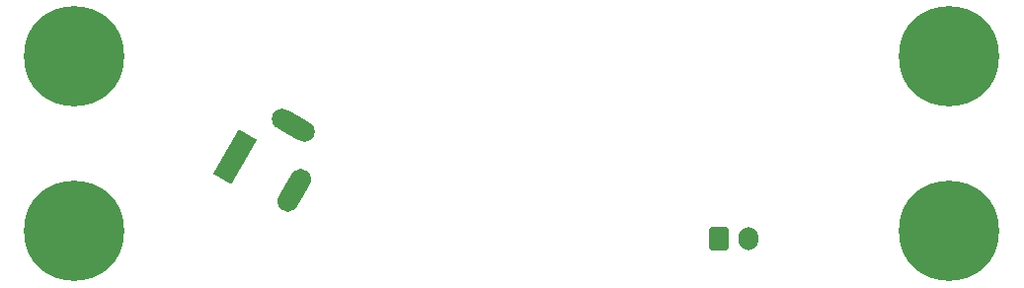
<source format=gbr>
%TF.GenerationSoftware,KiCad,Pcbnew,7.0.10*%
%TF.CreationDate,2024-02-19T23:02:20+00:00*%
%TF.ProjectId,Milo_RingLight,4d696c6f-5f52-4696-9e67-4c696768742e,rev?*%
%TF.SameCoordinates,Original*%
%TF.FileFunction,Soldermask,Bot*%
%TF.FilePolarity,Negative*%
%FSLAX46Y46*%
G04 Gerber Fmt 4.6, Leading zero omitted, Abs format (unit mm)*
G04 Created by KiCad (PCBNEW 7.0.10) date 2024-02-19 23:02:20*
%MOMM*%
%LPD*%
G01*
G04 APERTURE LIST*
G04 Aperture macros list*
%AMRoundRect*
0 Rectangle with rounded corners*
0 $1 Rounding radius*
0 $2 $3 $4 $5 $6 $7 $8 $9 X,Y pos of 4 corners*
0 Add a 4 corners polygon primitive as box body*
4,1,4,$2,$3,$4,$5,$6,$7,$8,$9,$2,$3,0*
0 Add four circle primitives for the rounded corners*
1,1,$1+$1,$2,$3*
1,1,$1+$1,$4,$5*
1,1,$1+$1,$6,$7*
1,1,$1+$1,$8,$9*
0 Add four rect primitives between the rounded corners*
20,1,$1+$1,$2,$3,$4,$5,0*
20,1,$1+$1,$4,$5,$6,$7,0*
20,1,$1+$1,$6,$7,$8,$9,0*
20,1,$1+$1,$8,$9,$2,$3,0*%
%AMHorizOval*
0 Thick line with rounded ends*
0 $1 width*
0 $2 $3 position (X,Y) of the first rounded end (center of the circle)*
0 $4 $5 position (X,Y) of the second rounded end (center of the circle)*
0 Add line between two ends*
20,1,$1,$2,$3,$4,$5,0*
0 Add two circle primitives to create the rounded ends*
1,1,$1,$2,$3*
1,1,$1,$4,$5*%
%AMRotRect*
0 Rectangle, with rotation*
0 The origin of the aperture is its center*
0 $1 length*
0 $2 width*
0 $3 Rotation angle, in degrees counterclockwise*
0 Add horizontal line*
21,1,$1,$2,0,0,$3*%
G04 Aperture macros list end*
%ADD10C,0.900000*%
%ADD11C,8.600000*%
%ADD12RoundRect,0.250000X-0.600000X-0.750000X0.600000X-0.750000X0.600000X0.750000X-0.600000X0.750000X0*%
%ADD13O,1.700000X2.000000*%
%ADD14RotRect,4.400000X1.800000X60.000000*%
%ADD15HorizOval,1.800000X0.550000X0.952628X-0.550000X-0.952628X0*%
%ADD16HorizOval,1.800000X-0.952628X0.550000X0.952628X-0.550000X0*%
G04 APERTURE END LIST*
D10*
%TO.C,J5*%
X104239024Y-97518461D03*
X105183605Y-95238042D03*
X105183605Y-99798880D03*
X107464024Y-94293461D03*
D11*
X107464024Y-97518461D03*
D10*
X107464024Y-100743461D03*
X109744443Y-95238042D03*
X109744443Y-99798880D03*
X110689024Y-97518461D03*
%TD*%
%TO.C,J2*%
X29239024Y-82518461D03*
X30183605Y-80238042D03*
X30183605Y-84798880D03*
X32464024Y-79293461D03*
D11*
X32464024Y-82518461D03*
D10*
X32464024Y-85743461D03*
X34744443Y-80238042D03*
X34744443Y-84798880D03*
X35689024Y-82518461D03*
%TD*%
%TO.C,J3*%
X29239024Y-97518461D03*
X30183605Y-95238042D03*
X30183605Y-99798880D03*
X32464024Y-94293461D03*
D11*
X32464024Y-97518461D03*
D10*
X32464024Y-100743461D03*
X34744443Y-95238042D03*
X34744443Y-99798880D03*
X35689024Y-97518461D03*
%TD*%
D12*
%TO.C,J6*%
X87750000Y-98200000D03*
D13*
X90250000Y-98200000D03*
%TD*%
D14*
%TO.C,J1*%
X46261858Y-91133080D03*
D15*
X51284805Y-94033080D03*
D16*
X51259934Y-88476158D03*
%TD*%
D10*
%TO.C,J4*%
X104239024Y-82518461D03*
X105183605Y-80238042D03*
X105183605Y-84798880D03*
X107464024Y-79293461D03*
D11*
X107464024Y-82518461D03*
D10*
X107464024Y-85743461D03*
X109744443Y-80238042D03*
X109744443Y-84798880D03*
X110689024Y-82518461D03*
%TD*%
M02*

</source>
